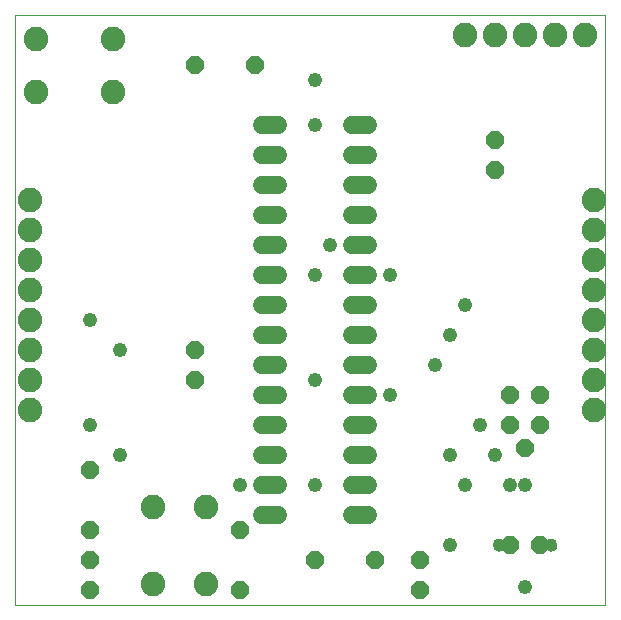
<source format=gbs>
G75*
%MOIN*%
%OFA0B0*%
%FSLAX25Y25*%
%IPPOS*%
%LPD*%
%AMOC8*
5,1,8,0,0,1.08239X$1,22.5*
%
%ADD10C,0.00000*%
%ADD11OC8,0.06000*%
%ADD12C,0.06000*%
%ADD13C,0.04343*%
%ADD14C,0.08200*%
%ADD15C,0.04762*%
D10*
X0001800Y0023186D02*
X0001800Y0220037D01*
X0198650Y0220037D01*
X0198650Y0023186D01*
X0001800Y0023186D01*
X0161367Y0043186D02*
X0161369Y0043270D01*
X0161375Y0043353D01*
X0161385Y0043436D01*
X0161399Y0043519D01*
X0161416Y0043601D01*
X0161438Y0043682D01*
X0161463Y0043761D01*
X0161492Y0043840D01*
X0161525Y0043917D01*
X0161561Y0043992D01*
X0161601Y0044066D01*
X0161644Y0044138D01*
X0161691Y0044207D01*
X0161741Y0044274D01*
X0161794Y0044339D01*
X0161850Y0044401D01*
X0161908Y0044461D01*
X0161970Y0044518D01*
X0162034Y0044571D01*
X0162101Y0044622D01*
X0162170Y0044669D01*
X0162241Y0044714D01*
X0162314Y0044754D01*
X0162389Y0044791D01*
X0162466Y0044825D01*
X0162544Y0044855D01*
X0162623Y0044881D01*
X0162704Y0044904D01*
X0162786Y0044922D01*
X0162868Y0044937D01*
X0162951Y0044948D01*
X0163034Y0044955D01*
X0163118Y0044958D01*
X0163202Y0044957D01*
X0163285Y0044952D01*
X0163369Y0044943D01*
X0163451Y0044930D01*
X0163533Y0044914D01*
X0163614Y0044893D01*
X0163695Y0044869D01*
X0163773Y0044841D01*
X0163851Y0044809D01*
X0163927Y0044773D01*
X0164001Y0044734D01*
X0164073Y0044692D01*
X0164143Y0044646D01*
X0164211Y0044597D01*
X0164276Y0044545D01*
X0164339Y0044490D01*
X0164399Y0044432D01*
X0164457Y0044371D01*
X0164511Y0044307D01*
X0164563Y0044241D01*
X0164611Y0044173D01*
X0164656Y0044102D01*
X0164697Y0044029D01*
X0164736Y0043955D01*
X0164770Y0043879D01*
X0164801Y0043801D01*
X0164828Y0043722D01*
X0164852Y0043641D01*
X0164871Y0043560D01*
X0164887Y0043478D01*
X0164899Y0043395D01*
X0164907Y0043311D01*
X0164911Y0043228D01*
X0164911Y0043144D01*
X0164907Y0043061D01*
X0164899Y0042977D01*
X0164887Y0042894D01*
X0164871Y0042812D01*
X0164852Y0042731D01*
X0164828Y0042650D01*
X0164801Y0042571D01*
X0164770Y0042493D01*
X0164736Y0042417D01*
X0164697Y0042343D01*
X0164656Y0042270D01*
X0164611Y0042199D01*
X0164563Y0042131D01*
X0164511Y0042065D01*
X0164457Y0042001D01*
X0164399Y0041940D01*
X0164339Y0041882D01*
X0164276Y0041827D01*
X0164211Y0041775D01*
X0164143Y0041726D01*
X0164073Y0041680D01*
X0164001Y0041638D01*
X0163927Y0041599D01*
X0163851Y0041563D01*
X0163773Y0041531D01*
X0163695Y0041503D01*
X0163614Y0041479D01*
X0163533Y0041458D01*
X0163451Y0041442D01*
X0163369Y0041429D01*
X0163285Y0041420D01*
X0163202Y0041415D01*
X0163118Y0041414D01*
X0163034Y0041417D01*
X0162951Y0041424D01*
X0162868Y0041435D01*
X0162786Y0041450D01*
X0162704Y0041468D01*
X0162623Y0041491D01*
X0162544Y0041517D01*
X0162466Y0041547D01*
X0162389Y0041581D01*
X0162314Y0041618D01*
X0162241Y0041658D01*
X0162170Y0041703D01*
X0162101Y0041750D01*
X0162034Y0041801D01*
X0161970Y0041854D01*
X0161908Y0041911D01*
X0161850Y0041971D01*
X0161794Y0042033D01*
X0161741Y0042098D01*
X0161691Y0042165D01*
X0161644Y0042234D01*
X0161601Y0042306D01*
X0161561Y0042380D01*
X0161525Y0042455D01*
X0161492Y0042532D01*
X0161463Y0042611D01*
X0161438Y0042690D01*
X0161416Y0042771D01*
X0161399Y0042853D01*
X0161385Y0042936D01*
X0161375Y0043019D01*
X0161369Y0043102D01*
X0161367Y0043186D01*
X0178689Y0043186D02*
X0178691Y0043270D01*
X0178697Y0043353D01*
X0178707Y0043436D01*
X0178721Y0043519D01*
X0178738Y0043601D01*
X0178760Y0043682D01*
X0178785Y0043761D01*
X0178814Y0043840D01*
X0178847Y0043917D01*
X0178883Y0043992D01*
X0178923Y0044066D01*
X0178966Y0044138D01*
X0179013Y0044207D01*
X0179063Y0044274D01*
X0179116Y0044339D01*
X0179172Y0044401D01*
X0179230Y0044461D01*
X0179292Y0044518D01*
X0179356Y0044571D01*
X0179423Y0044622D01*
X0179492Y0044669D01*
X0179563Y0044714D01*
X0179636Y0044754D01*
X0179711Y0044791D01*
X0179788Y0044825D01*
X0179866Y0044855D01*
X0179945Y0044881D01*
X0180026Y0044904D01*
X0180108Y0044922D01*
X0180190Y0044937D01*
X0180273Y0044948D01*
X0180356Y0044955D01*
X0180440Y0044958D01*
X0180524Y0044957D01*
X0180607Y0044952D01*
X0180691Y0044943D01*
X0180773Y0044930D01*
X0180855Y0044914D01*
X0180936Y0044893D01*
X0181017Y0044869D01*
X0181095Y0044841D01*
X0181173Y0044809D01*
X0181249Y0044773D01*
X0181323Y0044734D01*
X0181395Y0044692D01*
X0181465Y0044646D01*
X0181533Y0044597D01*
X0181598Y0044545D01*
X0181661Y0044490D01*
X0181721Y0044432D01*
X0181779Y0044371D01*
X0181833Y0044307D01*
X0181885Y0044241D01*
X0181933Y0044173D01*
X0181978Y0044102D01*
X0182019Y0044029D01*
X0182058Y0043955D01*
X0182092Y0043879D01*
X0182123Y0043801D01*
X0182150Y0043722D01*
X0182174Y0043641D01*
X0182193Y0043560D01*
X0182209Y0043478D01*
X0182221Y0043395D01*
X0182229Y0043311D01*
X0182233Y0043228D01*
X0182233Y0043144D01*
X0182229Y0043061D01*
X0182221Y0042977D01*
X0182209Y0042894D01*
X0182193Y0042812D01*
X0182174Y0042731D01*
X0182150Y0042650D01*
X0182123Y0042571D01*
X0182092Y0042493D01*
X0182058Y0042417D01*
X0182019Y0042343D01*
X0181978Y0042270D01*
X0181933Y0042199D01*
X0181885Y0042131D01*
X0181833Y0042065D01*
X0181779Y0042001D01*
X0181721Y0041940D01*
X0181661Y0041882D01*
X0181598Y0041827D01*
X0181533Y0041775D01*
X0181465Y0041726D01*
X0181395Y0041680D01*
X0181323Y0041638D01*
X0181249Y0041599D01*
X0181173Y0041563D01*
X0181095Y0041531D01*
X0181017Y0041503D01*
X0180936Y0041479D01*
X0180855Y0041458D01*
X0180773Y0041442D01*
X0180691Y0041429D01*
X0180607Y0041420D01*
X0180524Y0041415D01*
X0180440Y0041414D01*
X0180356Y0041417D01*
X0180273Y0041424D01*
X0180190Y0041435D01*
X0180108Y0041450D01*
X0180026Y0041468D01*
X0179945Y0041491D01*
X0179866Y0041517D01*
X0179788Y0041547D01*
X0179711Y0041581D01*
X0179636Y0041618D01*
X0179563Y0041658D01*
X0179492Y0041703D01*
X0179423Y0041750D01*
X0179356Y0041801D01*
X0179292Y0041854D01*
X0179230Y0041911D01*
X0179172Y0041971D01*
X0179116Y0042033D01*
X0179063Y0042098D01*
X0179013Y0042165D01*
X0178966Y0042234D01*
X0178923Y0042306D01*
X0178883Y0042380D01*
X0178847Y0042455D01*
X0178814Y0042532D01*
X0178785Y0042611D01*
X0178760Y0042690D01*
X0178738Y0042771D01*
X0178721Y0042853D01*
X0178707Y0042936D01*
X0178697Y0043019D01*
X0178691Y0043102D01*
X0178689Y0043186D01*
D11*
X0176800Y0043186D03*
X0166800Y0043186D03*
X0136800Y0038186D03*
X0136800Y0028186D03*
X0121800Y0038186D03*
X0101800Y0038186D03*
X0076800Y0028186D03*
X0076800Y0048186D03*
X0061800Y0098186D03*
X0061800Y0108186D03*
X0026800Y0068186D03*
X0026800Y0048186D03*
X0026800Y0038186D03*
X0026800Y0028186D03*
X0161800Y0168186D03*
X0161800Y0178186D03*
X0166800Y0093186D03*
X0166800Y0083186D03*
X0171800Y0075686D03*
X0176800Y0083186D03*
X0176800Y0093186D03*
X0081800Y0203186D03*
X0061800Y0203186D03*
D12*
X0084200Y0183186D02*
X0089400Y0183186D01*
X0089400Y0173186D02*
X0084200Y0173186D01*
X0084200Y0163186D02*
X0089400Y0163186D01*
X0089400Y0153186D02*
X0084200Y0153186D01*
X0084200Y0143186D02*
X0089400Y0143186D01*
X0089400Y0133186D02*
X0084200Y0133186D01*
X0084200Y0123186D02*
X0089400Y0123186D01*
X0089400Y0113186D02*
X0084200Y0113186D01*
X0084200Y0103186D02*
X0089400Y0103186D01*
X0089400Y0093186D02*
X0084200Y0093186D01*
X0084200Y0083186D02*
X0089400Y0083186D01*
X0089400Y0073186D02*
X0084200Y0073186D01*
X0084200Y0063186D02*
X0089400Y0063186D01*
X0089400Y0053186D02*
X0084200Y0053186D01*
X0114200Y0053186D02*
X0119400Y0053186D01*
X0119400Y0063186D02*
X0114200Y0063186D01*
X0114200Y0073186D02*
X0119400Y0073186D01*
X0119400Y0083186D02*
X0114200Y0083186D01*
X0114200Y0093186D02*
X0119400Y0093186D01*
X0119400Y0103186D02*
X0114200Y0103186D01*
X0114200Y0113186D02*
X0119400Y0113186D01*
X0119400Y0123186D02*
X0114200Y0123186D01*
X0114200Y0133186D02*
X0119400Y0133186D01*
X0119400Y0143186D02*
X0114200Y0143186D01*
X0114200Y0153186D02*
X0119400Y0153186D01*
X0119400Y0163186D02*
X0114200Y0163186D01*
X0114200Y0173186D02*
X0119400Y0173186D01*
X0119400Y0183186D02*
X0114200Y0183186D01*
D13*
X0163139Y0043186D03*
X0180461Y0043186D03*
D14*
X0194800Y0088186D03*
X0194800Y0098186D03*
X0194800Y0108186D03*
X0194800Y0118186D03*
X0194800Y0128186D03*
X0194800Y0138186D03*
X0194800Y0148186D03*
X0194800Y0158186D03*
X0191800Y0213186D03*
X0181800Y0213186D03*
X0171800Y0213186D03*
X0161800Y0213186D03*
X0151800Y0213186D03*
X0034600Y0212086D03*
X0034600Y0194286D03*
X0009000Y0194286D03*
X0009000Y0212086D03*
X0006800Y0158186D03*
X0006800Y0148186D03*
X0006800Y0138186D03*
X0006800Y0128186D03*
X0006800Y0118186D03*
X0006800Y0108186D03*
X0006800Y0098186D03*
X0006800Y0088186D03*
X0047900Y0055986D03*
X0065700Y0055986D03*
X0065700Y0030386D03*
X0047900Y0030386D03*
D15*
X0076800Y0063186D03*
X0101800Y0063186D03*
X0126800Y0093186D03*
X0141800Y0103186D03*
X0146800Y0113186D03*
X0151800Y0123186D03*
X0126800Y0133186D03*
X0106800Y0143186D03*
X0101800Y0133186D03*
X0101800Y0098186D03*
X0146800Y0073186D03*
X0151800Y0063186D03*
X0161800Y0073186D03*
X0156800Y0083186D03*
X0166800Y0063186D03*
X0171800Y0063186D03*
X0146800Y0043186D03*
X0171800Y0029167D03*
X0036800Y0073186D03*
X0026800Y0083186D03*
X0036800Y0108186D03*
X0026800Y0118186D03*
X0101800Y0183186D03*
X0101800Y0198186D03*
M02*

</source>
